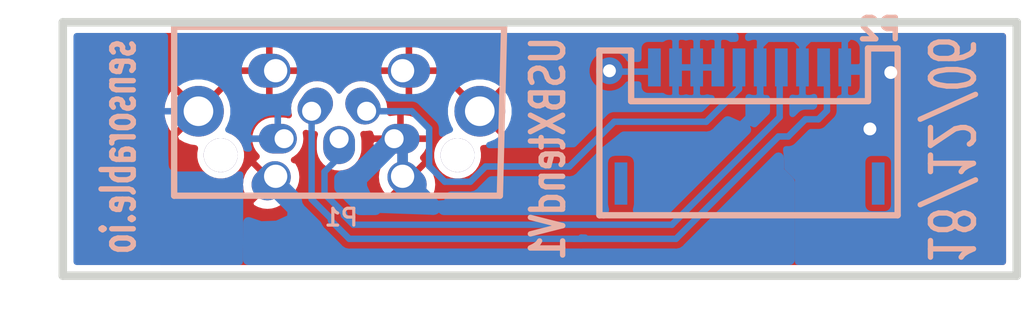
<source format=kicad_pcb>
(kicad_pcb (version 20171130) (host pcbnew "(5.0.1)-4")

  (general
    (thickness 1.6)
    (drawings 30)
    (tracks 75)
    (zones 0)
    (modules 2)
    (nets 6)
  )

  (page A4)
  (title_block
    (title S7Traf_USBxtend)
    (date 2018-12-04)
    (rev V1)
    (company "Roman Dasovic")
  )

  (layers
    (0 F.Cu signal hide)
    (31 B.Cu signal)
    (32 B.Adhes user)
    (33 F.Adhes user)
    (34 B.Paste user)
    (35 F.Paste user)
    (36 B.SilkS user)
    (37 F.SilkS user)
    (38 B.Mask user)
    (39 F.Mask user)
    (40 Dwgs.User user)
    (41 Cmts.User user)
    (42 Eco1.User user hide)
    (43 Eco2.User user)
    (44 Edge.Cuts user)
    (45 Margin user)
    (46 B.CrtYd user)
    (47 F.CrtYd user)
    (48 B.Fab user)
    (49 F.Fab user)
  )

  (setup
    (last_trace_width 0.1524)
    (user_trace_width 0.1524)
    (user_trace_width 0.2032)
    (user_trace_width 0.254)
    (user_trace_width 0.381)
    (user_trace_width 0.508)
    (user_trace_width 0.762)
    (user_trace_width 1.143)
    (user_trace_width 1.651)
    (trace_clearance 0.1524)
    (zone_clearance 0.1524)
    (zone_45_only no)
    (trace_min 0.1524)
    (segment_width 0.2)
    (edge_width 0.15)
    (via_size 0.635)
    (via_drill 0.3048)
    (via_min_size 0.5588)
    (via_min_drill 0.3048)
    (user_via 0.5588 0.3048)
    (user_via 0.889 0.4572)
    (uvia_size 0.635)
    (uvia_drill 0.3048)
    (uvias_allowed no)
    (uvia_min_size 0.2)
    (uvia_min_drill 0.1)
    (pcb_text_width 0.3)
    (pcb_text_size 1.5 1.5)
    (mod_edge_width 0.15)
    (mod_text_size 1 1)
    (mod_text_width 0.15)
    (pad_size 1.524 1.524)
    (pad_drill 0.762)
    (pad_to_mask_clearance 0)
    (solder_mask_min_width 0.1016)
    (aux_axis_origin 0 0)
    (visible_elements 7FFFFFFF)
    (pcbplotparams
      (layerselection 0x010f0_ffffffff)
      (usegerberextensions true)
      (usegerberattributes false)
      (usegerberadvancedattributes false)
      (creategerberjobfile false)
      (excludeedgelayer true)
      (linewidth 0.150000)
      (plotframeref false)
      (viasonmask false)
      (mode 1)
      (useauxorigin false)
      (hpglpennumber 1)
      (hpglpenspeed 20)
      (hpglpendiameter 15.000000)
      (psnegative false)
      (psa4output false)
      (plotreference true)
      (plotvalue true)
      (plotinvisibletext false)
      (padsonsilk false)
      (subtractmaskfromsilk false)
      (outputformat 1)
      (mirror false)
      (drillshape 0)
      (scaleselection 1)
      (outputdirectory "Gerbers/"))
  )

  (net 0 "")
  (net 1 V_USB)
  (net 2 D-)
  (net 3 GND1)
  (net 4 D+)
  (net 5 ID)

  (net_class Default "This is the default net class."
    (clearance 0.1524)
    (trace_width 0.1524)
    (via_dia 0.635)
    (via_drill 0.3048)
    (uvia_dia 0.635)
    (uvia_drill 0.3048)
    (diff_pair_gap 0.2032)
    (diff_pair_width 0.1524)
    (add_net D+)
    (add_net D-)
    (add_net GND1)
    (add_net ID)
    (add_net V_USB)
  )

  (module Footprints:CONN_USB3150_microB_THT_vert (layer B.Cu) (tedit 5C06ED57) (tstamp 5C07161F)
    (at 66.929 58.3565)
    (path /5C06DEB7)
    (fp_text reference P1 (at 0.0508 2.5146) (layer B.SilkS)
      (effects (font (size 0.4 0.4) (thickness 0.075)) (justify mirror))
    )
    (fp_text value Conn_USB_5+Shell (at 0 0) (layer B.Fab) hide
      (effects (font (size 0.3 0.3) (thickness 0.075)) (justify mirror))
    )
    (fp_line (start 3.7 -1.9) (end 3.7 1.9) (layer B.Fab) (width 0.15))
    (fp_line (start 3.7 -1.9) (end -3.7 -1.9) (layer B.Fab) (width 0.15))
    (fp_line (start 3.7 1.9) (end -3.7 1.9) (layer B.Fab) (width 0.15))
    (fp_line (start -3.7 -1.9) (end -3.7 1.9) (layer B.Fab) (width 0.15))
    (fp_text user %R (at -1.8 1.4) (layer B.Fab)
      (effects (font (size 0.4 0.4) (thickness 0.1)) (justify mirror))
    )
    (fp_line (start -2.65 0.95) (end 2.65 0.95) (layer B.Fab) (width 0.15))
    (fp_line (start -3.425 -1.05) (end 3.425 -1.05) (layer B.Fab) (width 0.15))
    (fp_line (start -3.425 -1.05) (end -3.425 0) (layer B.Fab) (width 0.15))
    (fp_line (start -2.7 0.9) (end -3.4 0) (layer B.Fab) (width 0.15))
    (fp_line (start 3.425 -1.05) (end 3.425 0) (layer B.Fab) (width 0.15))
    (fp_line (start 3.4 0) (end 2.7 0.9) (layer B.Fab) (width 0.15))
    (fp_line (start 0 -0.4) (end 0 0.4) (layer B.Fab) (width 0.15))
    (fp_line (start -1 -0.4) (end -1 0.4) (layer B.Fab) (width 0.15))
    (fp_line (start -2 -0.4) (end -2 0.4) (layer B.Fab) (width 0.15))
    (fp_line (start 2 -0.4) (end 2 0.4) (layer B.Fab) (width 0.15))
    (fp_line (start 1 -0.4) (end 1 0.4) (layer B.Fab) (width 0.15))
    (fp_line (start -3.9 2) (end -3.9 -2) (layer B.CrtYd) (width 0.15))
    (fp_line (start -3.9 -2) (end 3.8 -2) (layer B.CrtYd) (width 0.15))
    (fp_line (start 3.8 -2) (end 3.8 2) (layer B.CrtYd) (width 0.15))
    (fp_line (start 3.8 2) (end -3.9 2) (layer B.CrtYd) (width 0.15))
    (fp_line (start -3.9 -2) (end 3.9 -2) (layer B.SilkS) (width 0.15))
    (fp_line (start 3.9 -2) (end 3.8 2) (layer B.SilkS) (width 0.15))
    (fp_line (start 3.8 2) (end -3.9 2) (layer B.SilkS) (width 0.15))
    (fp_line (start -3.9 2) (end -3.9 -2) (layer B.SilkS) (width 0.15))
    (pad 1 thru_hole oval (at -1.3 0.65 270) (size 0.7 0.9) (drill 0.45 (offset 0 0.15)) (layers *.Cu *.Mask)
      (net 1 V_USB))
    (pad 2 thru_hole oval (at -0.65 0 145) (size 0.75 0.9) (drill 0.45 (offset 0 0.15)) (layers *.Cu *.Mask)
      (net 2 D-))
    (pad 6 thru_hole oval (at -1.5 -0.96 270) (size 0.8 1) (drill 0.55 (offset 0 0.15)) (layers *.Cu *.Mask)
      (net 3 GND1))
    (pad 3 thru_hole oval (at 0 0.65) (size 0.75 0.9) (drill 0.45 (offset 0 0.15)) (layers *.Cu *.Mask)
      (net 4 D+))
    (pad 5 thru_hole oval (at 1.3 0.65 90) (size 0.7 0.9) (drill 0.45 (offset 0 0.15)) (layers *.Cu *.Mask)
      (net 3 GND1))
    (pad 4 thru_hole oval (at 0.65 0 215) (size 0.75 0.9) (drill 0.45 (offset 0 0.15)) (layers *.Cu *.Mask)
      (net 5 ID))
    (pad 6 thru_hole oval (at 1.5 -0.96 90) (size 0.8 1) (drill 0.55 (offset 0 0.15)) (layers *.Cu *.Mask)
      (net 3 GND1))
    (pad 6 thru_hole oval (at -1.5 1.54 315) (size 0.75 1) (drill 0.55 (offset 0 0.15)) (layers *.Cu *.Mask)
      (net 3 GND1))
    (pad 6 thru_hole oval (at 1.5 1.54 45) (size 0.75 1) (drill 0.55 (offset 0 0.15)) (layers *.Cu *.Mask)
      (net 3 GND1))
    (pad 6 thru_hole circle (at -3.325 0 180) (size 1.2 1.2) (drill 0.7) (layers *.Cu *.Mask)
      (net 3 GND1))
    (pad 6 thru_hole circle (at 3.325 0 180) (size 1.2 1.2) (drill 0.7) (layers *.Cu *.Mask)
      (net 3 GND1))
    (pad "" thru_hole circle (at -2.8 1.04 180) (size 0.8 0.8) (drill 0.8) (layers *.Cu *.Mask))
    (pad "" thru_hole circle (at 2.8 1.04 180) (size 0.8 0.8) (drill 0.8) (layers *.Cu *.Mask))
    (model "C:/Users/Pom/3d model stashe/USB3150-30-130-A_revA2.STEP"
      (offset (xyz 0 0.3 4.05))
      (scale (xyz 1 1 1))
      (rotate (xyz 90 180 180))
    )
  )

  (module Footprints:CONN_5034801000_MOLEX_FFC_10pin (layer B.Cu) (tedit 5C06FA6A) (tstamp 5C073A3B)
    (at 76.6318 58.9688 180)
    (path /5C06EE10)
    (fp_text reference P2 (at -3.06832 2.55524 180) (layer B.SilkS)
      (effects (font (size 0.508 0.508) (thickness 0.127)) (justify mirror))
    )
    (fp_text value Conn_Basic_10_pin (at 0.05 0.05 180) (layer B.Fab) hide
      (effects (font (size 0.2 0.2) (thickness 0.05)) (justify mirror))
    )
    (fp_line (start -3.4 -1.75) (end 3.4 -1.75) (layer B.Fab) (width 0.15))
    (fp_line (start -3.4 -1.75) (end -3.4 1.95) (layer B.Fab) (width 0.15))
    (fp_line (start -3.4 1.95) (end -2.8 1.95) (layer B.Fab) (width 0.15))
    (fp_line (start -2.8 1.95) (end -2.8 1.35) (layer B.Fab) (width 0.15))
    (fp_line (start -2.8 1.35) (end 2.8 1.35) (layer B.Fab) (width 0.15))
    (fp_line (start 2.8 1.35) (end 2.8 1.85) (layer B.Fab) (width 0.15))
    (fp_line (start 2.8 1.85) (end 2.8 1.95) (layer B.Fab) (width 0.15))
    (fp_line (start 2.8 1.95) (end 3.4 1.95) (layer B.Fab) (width 0.15))
    (fp_line (start 3.4 1.95) (end 3.4 -1.75) (layer B.Fab) (width 0.15))
    (fp_text user %R (at 0 0 180) (layer B.Fab)
      (effects (font (size 1 1) (thickness 0.15)) (justify mirror))
    )
    (fp_line (start -3.4 -1.75) (end 3.4 -1.75) (layer B.CrtYd) (width 0.15))
    (fp_line (start 3.4 -1.75) (end 3.4 1.95) (layer B.CrtYd) (width 0.15))
    (fp_line (start 3.4 1.95) (end -3.4 1.95) (layer B.CrtYd) (width 0.15))
    (fp_line (start -3.4 1.95) (end -3.4 -1.75) (layer B.CrtYd) (width 0.15))
    (fp_line (start -3.5 2.05) (end -3.5 -1.85) (layer B.SilkS) (width 0.15))
    (fp_line (start -3.5 -1.85) (end 3.45 -1.85) (layer B.SilkS) (width 0.15))
    (fp_line (start 3.45 -1.85) (end 3.55 -1.85) (layer B.SilkS) (width 0.15))
    (fp_line (start 3.55 -1.85) (end 3.55 2.05) (layer B.SilkS) (width 0.15))
    (fp_line (start 3.55 2.05) (end 2.8 2.05) (layer B.SilkS) (width 0.15))
    (fp_line (start 2.8 2.05) (end 2.8 0.85) (layer B.SilkS) (width 0.15))
    (fp_line (start 2.8 0.85) (end -2.8 0.85) (layer B.SilkS) (width 0.15))
    (fp_line (start -2.8 0.85) (end -2.8 2.1) (layer B.SilkS) (width 0.15))
    (fp_line (start -2.8 2.1) (end -3.5 2.1) (layer B.SilkS) (width 0.15))
    (pad 1 smd rect (at -2.25 1.55 180) (size 0.3 0.9) (drill (offset 0 0.1)) (layers B.Cu B.Paste B.Mask)
      (net 3 GND1))
    (pad 2 smd rect (at -1.75 1.55 180) (size 0.3 0.9) (drill (offset 0 0.1)) (layers B.Cu B.Paste B.Mask)
      (net 2 D-))
    (pad ~ smd rect (at -3.04 -1.1 180) (size 0.3 1) (layers B.Cu B.Paste B.Mask))
    (pad ~ smd rect (at 3.04 -1.1 180) (size 0.3 1) (layers B.Cu B.Paste B.Mask))
    (pad 3 smd rect (at -1.25 1.55 180) (size 0.3 0.9) (drill (offset 0 0.1)) (layers B.Cu B.Paste B.Mask)
      (net 3 GND1))
    (pad 4 smd rect (at -0.75 1.55 180) (size 0.3 0.9) (drill (offset 0 0.1)) (layers B.Cu B.Paste B.Mask)
      (net 4 D+))
    (pad 5 smd rect (at -0.25 1.55 180) (size 0.3 0.9) (drill (offset 0 0.1)) (layers B.Cu B.Paste B.Mask)
      (net 3 GND1))
    (pad 6 smd rect (at 0.25 1.55 180) (size 0.3 0.9) (drill (offset 0 0.1)) (layers B.Cu B.Paste B.Mask)
      (net 5 ID))
    (pad 7 smd rect (at 0.75 1.55 180) (size 0.3 0.9) (drill (offset 0 0.1)) (layers B.Cu B.Paste B.Mask)
      (net 1 V_USB))
    (pad 8 smd rect (at 1.25 1.55 180) (size 0.3 0.9) (drill (offset 0 0.1)) (layers B.Cu B.Paste B.Mask)
      (net 1 V_USB))
    (pad 9 smd rect (at 1.75 1.55 180) (size 0.3 0.9) (drill (offset 0 0.1)) (layers B.Cu B.Paste B.Mask)
      (net 1 V_USB))
    (pad 10 smd rect (at 2.25 1.55 180) (size 0.3 0.9) (drill (offset 0 0.1)) (layers B.Cu B.Paste B.Mask)
      (net 3 GND1))
    (model "C:/Users/Pom/3d model stashe/5034801000.stp"
      (offset (xyz 0 -1.7 0))
      (scale (xyz 1 1 1))
      (rotate (xyz 90 180 180))
    )
  )

  (gr_text USBXtendV1 (at 71.86676 59.24296 90) (layer B.SilkS) (tstamp 5C07CA0C)
    (effects (font (size 0.762 0.5842) (thickness 0.127)) (justify mirror))
  )
  (gr_text 18/12/06 (at 81.37144 59.26328 270) (layer B.SilkS) (tstamp 5C07CA01)
    (effects (font (size 1.016 0.6858) (thickness 0.127)) (justify mirror))
  )
  (gr_text sensorable.io (at 61.71692 59.19216 90) (layer B.SilkS)
    (effects (font (size 0.762 0.508) (thickness 0.127)) (justify mirror))
  )
  (gr_text "USBxtend V1\nsensorable.io" (at 61.53912 59.2582 270) (layer F.Cu)
    (effects (font (size 0.5842 0.508) (thickness 0.127)))
  )
  (gr_line (start 60.397222 56.250321) (end 82.947222 56.250321) (layer Edge.Cuts) (width 0.2) (tstamp 5C076236))
  (gr_line (start 82.947222 56.250321) (end 82.947222 62.250321) (layer Edge.Cuts) (width 0.2))
  (gr_line (start 60.397222 62.250321) (end 82.947222 62.250321) (layer Edge.Cuts) (width 0.2))
  (gr_line (start 60.397222 56.250321) (end 60.397222 62.250321) (layer Edge.Cuts) (width 0.2))
  (gr_circle (center 69.740978 59.386879) (end 70.070978 59.386879) (layer Eco1.User) (width 0.2))
  (gr_line (start 60.4012 62.2483) (end 82.9512 62.2483) (layer Eco1.User) (width 0.2))
  (gr_line (start 82.9512 56.2483) (end 82.9512 62.2483) (layer Eco1.User) (width 0.2))
  (gr_line (start 60.4012 56.2483) (end 82.9512 56.2483) (layer Eco1.User) (width 0.2))
  (gr_line (start 60.4012 56.2483) (end 60.4012 62.2483) (layer Eco1.User) (width 0.2))
  (gr_circle (center 64.140978 59.386879) (end 64.470978 59.386879) (layer Eco1.User) (width 0.2))
  (gr_line (start 82.9512 56.2483) (end 82.9512 62.2483) (layer Eco1.User) (width 0.2))
  (gr_line (start 73.260982 57.2483) (end 73.260982 60.5983) (layer Eco1.User) (width 0.2))
  (gr_line (start 73.260982 57.2483) (end 73.260982 60.5983) (layer Eco1.User) (width 0.2))
  (gr_line (start 73.260982 57.2483) (end 79.960982 57.2483) (layer Eco1.User) (width 0.2))
  (gr_line (start 73.260982 60.5983) (end 79.960982 60.5983) (layer Eco1.User) (width 0.2))
  (gr_line (start 79.960982 57.2483) (end 79.960982 60.5983) (layer Eco1.User) (width 0.2))
  (gr_line (start 73.260982 60.5983) (end 79.960982 60.5983) (layer Eco1.User) (width 0.2))
  (gr_line (start 73.260982 57.2483) (end 79.960982 57.2483) (layer Eco1.User) (width 0.2))
  (gr_line (start 60.4012 56.2483) (end 60.4012 62.2483) (layer Eco1.User) (width 0.2))
  (gr_line (start 63.265978 57.236879) (end 70.615978 57.236879) (layer Eco1.User) (width 0.2))
  (gr_line (start 70.615978 57.236879) (end 70.615978 60.036879) (layer Eco1.User) (width 0.2))
  (gr_line (start 60.4012 62.2483) (end 82.9512 62.2483) (layer Eco1.User) (width 0.2))
  (gr_line (start 70.615978 60.036879) (end 63.265978 60.036879) (layer Eco1.User) (width 0.2))
  (gr_line (start 79.960982 57.2483) (end 79.960982 60.5983) (layer Eco1.User) (width 0.2))
  (gr_line (start 63.265978 60.036879) (end 63.265978 57.236879) (layer Eco1.User) (width 0.2))
  (gr_line (start 60.4012 56.2483) (end 82.9512 56.2483) (layer Eco1.User) (width 0.2))

  (segment (start 72.64908 61.37656) (end 72.64908 61.3537) (width 0.1524) (layer B.Cu) (net 2))
  (segment (start 66.7385 60.89904) (end 66.7385 60.9473) (width 0.1524) (layer B.Cu) (net 2))
  (segment (start 72.64908 61.3537) (end 72.654569 61.348211) (width 0.1524) (layer B.Cu) (net 2))
  (segment (start 66.279 60.43954) (end 66.7385 60.89904) (width 0.1524) (layer B.Cu) (net 2))
  (segment (start 66.7385 60.9473) (end 67.16776 61.37656) (width 0.1524) (layer B.Cu) (net 2))
  (segment (start 72.654569 61.348211) (end 72.744438 61.34821) (width 0.1524) (layer B.Cu) (net 2))
  (segment (start 66.279 58.3565) (end 66.279 60.43954) (width 0.1524) (layer B.Cu) (net 2))
  (segment (start 72.48144 61.37656) (end 72.64908 61.37656) (width 0.1524) (layer B.Cu) (net 2))
  (segment (start 67.16776 61.37656) (end 72.48144 61.37656) (width 0.1524) (layer B.Cu) (net 2))
  (segment (start 74.893706 61.37656) (end 77.316866 58.9534) (width 0.1524) (layer B.Cu) (net 2))
  (segment (start 73.8886 61.37656) (end 74.893706 61.37656) (width 0.1524) (layer B.Cu) (net 2))
  (segment (start 73.8886 61.37656) (end 74.012588 61.37656) (width 0.1524) (layer B.Cu) (net 2))
  (segment (start 72.48144 61.37656) (end 73.8886 61.37656) (width 0.1524) (layer B.Cu) (net 2))
  (segment (start 77.316866 58.9534) (end 77.5462 58.9534) (width 0.1524) (layer B.Cu) (net 2))
  (segment (start 77.5462 58.9534) (end 77.9526 58.547) (width 0.1524) (layer B.Cu) (net 2))
  (segment (start 77.9526 58.547) (end 78.2574 58.547) (width 0.1524) (layer B.Cu) (net 2))
  (segment (start 78.2574 58.547) (end 78.4606 58.3438) (width 0.1524) (layer B.Cu) (net 2))
  (segment (start 78.4606 57.4976) (end 78.3818 57.4188) (width 0.1524) (layer B.Cu) (net 2))
  (segment (start 78.4606 58.3438) (end 78.4606 57.4976) (width 0.1524) (layer B.Cu) (net 2))
  (segment (start 68.429 59.2065) (end 68.229 59.0065) (width 0.254) (layer B.Cu) (net 3))
  (segment (start 68.429 59.8965) (end 68.429 59.2065) (width 0.254) (layer B.Cu) (net 3))
  (segment (start 69.15214 60.61964) (end 68.429 59.8965) (width 0.381) (layer B.Cu) (net 3))
  (segment (start 67.26682 60.313781) (end 67.51383 60.560791) (width 0.508) (layer B.Cu) (net 3))
  (segment (start 67.26682 59.99876) (end 67.26682 60.313781) (width 0.508) (layer B.Cu) (net 3))
  (segment (start 68.229 59.03658) (end 67.26682 59.99876) (width 0.508) (layer B.Cu) (net 3))
  (segment (start 68.229 59.0065) (end 68.229 59.03658) (width 0.508) (layer B.Cu) (net 3))
  (segment (start 67.51383 60.560791) (end 69.15214 60.61964) (width 0.381) (layer B.Cu) (net 3))
  (via (at 73.31964 57.39892) (size 0.635) (drill 0.3048) (layers F.Cu B.Cu) (net 3))
  (segment (start 74.3818 57.4188) (end 73.33952 57.4188) (width 0.1524) (layer B.Cu) (net 3))
  (segment (start 73.33952 57.4188) (end 73.31964 57.39892) (width 0.1524) (layer B.Cu) (net 3))
  (via (at 79.96936 57.43956) (size 0.635) (drill 0.3048) (layers F.Cu B.Cu) (net 3))
  (segment (start 78.8818 57.4188) (end 79.9486 57.4188) (width 0.1524) (layer B.Cu) (net 3))
  (segment (start 79.9486 57.4188) (end 79.96936 57.43956) (width 0.1524) (layer B.Cu) (net 3))
  (segment (start 76.8818 56.807318) (end 77.048919 56.640199) (width 0.1524) (layer B.Cu) (net 3))
  (segment (start 76.8818 57.4188) (end 76.8818 56.807318) (width 0.1524) (layer B.Cu) (net 3))
  (segment (start 77.8818 56.807318) (end 77.8818 57.4188) (width 0.1524) (layer B.Cu) (net 3))
  (segment (start 77.714681 56.640199) (end 77.8818 56.807318) (width 0.1524) (layer B.Cu) (net 3))
  (segment (start 77.040001 56.640199) (end 77.714681 56.640199) (width 0.1524) (layer B.Cu) (net 3))
  (segment (start 76.8818 57.4188) (end 76.8818 56.7984) (width 0.1524) (layer B.Cu) (net 3))
  (segment (start 76.8818 56.7984) (end 77.040001 56.640199) (width 0.1524) (layer B.Cu) (net 3))
  (segment (start 78.048919 56.640199) (end 78.941399 56.640199) (width 0.1524) (layer B.Cu) (net 3))
  (segment (start 77.8818 56.807318) (end 78.048919 56.640199) (width 0.1524) (layer B.Cu) (net 3))
  (segment (start 78.8818 56.699798) (end 78.8818 57.4188) (width 0.1524) (layer B.Cu) (net 3))
  (segment (start 78.941399 56.640199) (end 78.8818 56.699798) (width 0.1524) (layer B.Cu) (net 3))
  (via (at 79.4766 58.7756) (size 0.635) (drill 0.3048) (layers F.Cu B.Cu) (net 3))
  (segment (start 78.8818 57.4188) (end 78.8818 58.1808) (width 0.1524) (layer B.Cu) (net 3))
  (segment (start 78.8818 58.1808) (end 79.4766 58.7756) (width 0.1524) (layer B.Cu) (net 3))
  (segment (start 76.8818 57.4188) (end 76.8818 58.297) (width 0.1524) (layer B.Cu) (net 3))
  (segment (start 76.8818 58.297) (end 76.1238 59.055) (width 0.254) (layer B.Cu) (net 3))
  (segment (start 76.1238 59.055) (end 75.8698 59.309) (width 0.381) (layer B.Cu) (net 3))
  (segment (start 75.8698 59.309) (end 75.6158 59.309) (width 0.381) (layer B.Cu) (net 3))
  (segment (start 62.755472 58.3565) (end 62.641172 58.4708) (width 0.1524) (layer B.Cu) (net 3))
  (segment (start 63.604 58.3565) (end 62.755472 58.3565) (width 0.1524) (layer B.Cu) (net 3))
  (segment (start 77.343 57.4576) (end 77.3818 57.4188) (width 0.1524) (layer B.Cu) (net 4))
  (segment (start 77.343 58.4962) (end 77.343 57.4576) (width 0.1524) (layer B.Cu) (net 4))
  (segment (start 74.795799 61.043401) (end 77.343 58.4962) (width 0.1524) (layer B.Cu) (net 4))
  (segment (start 67.265667 61.043401) (end 74.795799 61.043401) (width 0.1524) (layer B.Cu) (net 4))
  (segment (start 66.929 59.44362) (end 66.58381 59.78881) (width 0.1524) (layer B.Cu) (net 4))
  (segment (start 66.929 59.0065) (end 66.929 59.44362) (width 0.1524) (layer B.Cu) (net 4))
  (segment (start 66.58381 59.78881) (end 66.58381 60.313284) (width 0.1524) (layer B.Cu) (net 4))
  (segment (start 66.58381 60.313284) (end 67.04331 60.772784) (width 0.1524) (layer B.Cu) (net 4))
  (segment (start 67.04331 60.772784) (end 67.04331 60.821044) (width 0.1524) (layer B.Cu) (net 4))
  (segment (start 67.04331 60.821044) (end 67.265667 61.043401) (width 0.1524) (layer B.Cu) (net 4))
  (segment (start 69.05761 58.766832) (end 68.647278 58.3565) (width 0.1524) (layer B.Cu) (net 5))
  (segment (start 68.647278 58.3565) (end 67.579 58.3565) (width 0.1524) (layer B.Cu) (net 5))
  (segment (start 75.606672 58.60541) (end 73.432169 58.60541) (width 0.1524) (layer B.Cu) (net 5))
  (segment (start 76.3818 57.4188) (end 76.3818 57.830282) (width 0.1524) (layer B.Cu) (net 5))
  (segment (start 76.3818 57.830282) (end 75.606672 58.60541) (width 0.1524) (layer B.Cu) (net 5))
  (segment (start 69.05761 59.65544) (end 69.05761 59.4106) (width 0.1524) (layer B.Cu) (net 5))
  (segment (start 69.427271 60.025101) (end 69.05761 59.65544) (width 0.1524) (layer B.Cu) (net 5))
  (segment (start 70.030729 60.025101) (end 69.427271 60.025101) (width 0.1524) (layer B.Cu) (net 5))
  (segment (start 73.432169 58.60541) (end 72.372979 59.6646) (width 0.1524) (layer B.Cu) (net 5))
  (segment (start 69.05761 59.4106) (end 69.05761 58.766832) (width 0.1524) (layer B.Cu) (net 5))
  (segment (start 72.372979 59.6646) (end 70.39123 59.6646) (width 0.1524) (layer B.Cu) (net 5))
  (segment (start 70.39123 59.6646) (end 70.030729 60.025101) (width 0.1524) (layer B.Cu) (net 5))

  (zone (net 3) (net_name GND1) (layer F.Cu) (tstamp 5C074384) (hatch edge 0.508)
    (priority 5)
    (connect_pads (clearance 0.1524))
    (min_thickness 0.1524)
    (fill yes (arc_segments 32) (thermal_gap 0.2032) (thermal_bridge_width 0.15494))
    (polygon
      (pts
        (xy 59.0931 55.7276) (xy 59.0931 63.0809) (xy 83.2993 63.0809) (xy 83.2993 55.88)
      )
    )
    (filled_polygon
      (pts
        (xy 82.618623 61.921721) (xy 62.721744 61.921721) (xy 62.721744 60.505191) (xy 64.822105 60.505191) (xy 64.850927 60.621121)
        (xy 64.869923 60.634362) (xy 64.982943 60.695054) (xy 65.105632 60.732532) (xy 65.233274 60.745355) (xy 65.360966 60.733029)
        (xy 65.4838 60.696028) (xy 65.597055 60.635774) (xy 65.696378 60.554583) (xy 65.784767 60.466195) (xy 68.073233 60.466195)
        (xy 68.161622 60.554583) (xy 68.260945 60.635774) (xy 68.3742 60.696028) (xy 68.497034 60.733029) (xy 68.624726 60.745355)
        (xy 68.752368 60.732532) (xy 68.875057 60.695054) (xy 68.988077 60.634362) (xy 69.007073 60.621121) (xy 69.035895 60.505191)
        (xy 68.535066 60.004362) (xy 68.073233 60.466195) (xy 65.784767 60.466195) (xy 65.322934 60.004362) (xy 64.822105 60.505191)
        (xy 62.721744 60.505191) (xy 62.721744 60.092226) (xy 64.580145 60.092226) (xy 64.592968 60.219868) (xy 64.630446 60.342557)
        (xy 64.691138 60.455577) (xy 64.704379 60.474573) (xy 64.820309 60.503395) (xy 65.321138 60.002566) (xy 64.859305 59.540733)
        (xy 64.770917 59.629122) (xy 64.689726 59.728445) (xy 64.629472 59.8417) (xy 64.592471 59.964534) (xy 64.580145 60.092226)
        (xy 62.721744 60.092226) (xy 62.721744 58.932844) (xy 63.029452 58.932844) (xy 63.085629 59.072137) (xy 63.235203 59.159516)
        (xy 63.39895 59.216035) (xy 63.520668 59.232693) (xy 63.5004 59.334588) (xy 63.5004 59.458412) (xy 63.524556 59.579856)
        (xy 63.571941 59.694254) (xy 63.640734 59.797209) (xy 63.728291 59.884766) (xy 63.831246 59.953559) (xy 63.945644 60.000944)
        (xy 64.067088 60.0251) (xy 64.190912 60.0251) (xy 64.312356 60.000944) (xy 64.426754 59.953559) (xy 64.529709 59.884766)
        (xy 64.617266 59.797209) (xy 64.686059 59.694254) (xy 64.733444 59.579856) (xy 64.7576 59.458412) (xy 64.7576 59.334588)
        (xy 64.733444 59.213144) (xy 64.686059 59.098746) (xy 64.624422 59.0065) (xy 64.797601 59.0065) (xy 64.808772 59.119925)
        (xy 64.841857 59.228992) (xy 64.895584 59.329508) (xy 64.967889 59.417611) (xy 64.978815 59.426578) (xy 64.94949 59.450549)
        (xy 64.861101 59.538937) (xy 65.322934 60.00077) (xy 65.337077 59.986628) (xy 65.338873 59.988424) (xy 65.32473 60.002566)
        (xy 65.786563 60.464399) (xy 65.874951 60.37601) (xy 65.956142 60.276687) (xy 66.016396 60.163432) (xy 66.053397 60.040598)
        (xy 66.065723 59.912906) (xy 66.0529 59.785264) (xy 66.015422 59.662575) (xy 65.95473 59.549555) (xy 65.941489 59.530559)
        (xy 65.862644 59.510957) (xy 65.902008 59.489916) (xy 65.990111 59.417611) (xy 66.062416 59.329508) (xy 66.116143 59.228992)
        (xy 66.149228 59.119925) (xy 66.160399 59.0065) (xy 66.149228 58.893075) (xy 66.142674 58.871471) (xy 66.190743 58.887205)
        (xy 66.308787 58.901438) (xy 66.353909 58.897986) (xy 66.334134 58.963175) (xy 66.3254 59.051854) (xy 66.3254 59.261147)
        (xy 66.334134 59.349826) (xy 66.368649 59.463605) (xy 66.424698 59.568464) (xy 66.500127 59.660374) (xy 66.592037 59.735803)
        (xy 66.696896 59.791851) (xy 66.810675 59.826366) (xy 66.929 59.83802) (xy 67.047326 59.826366) (xy 67.161105 59.791851)
        (xy 67.265964 59.735803) (xy 67.357874 59.660374) (xy 67.433303 59.568463) (xy 67.489351 59.463604) (xy 67.523866 59.349825)
        (xy 67.5326 59.261146) (xy 67.5326 59.106214) (xy 67.657549 59.106214) (xy 67.661447 59.128045) (xy 67.697025 59.246188)
        (xy 67.754968 59.35512) (xy 67.83305 59.450655) (xy 67.926884 59.52798) (xy 67.916511 59.530559) (xy 67.90327 59.549555)
        (xy 67.842578 59.662575) (xy 67.8051 59.785264) (xy 67.792277 59.912906) (xy 67.804603 60.040598) (xy 67.841604 60.163432)
        (xy 67.901858 60.276687) (xy 67.983049 60.37601) (xy 68.071437 60.464399) (xy 68.53327 60.002566) (xy 68.536862 60.002566)
        (xy 69.037691 60.503395) (xy 69.153621 60.474573) (xy 69.166862 60.455577) (xy 69.227554 60.342557) (xy 69.265032 60.219868)
        (xy 69.277855 60.092226) (xy 69.265529 59.964534) (xy 69.228528 59.8417) (xy 69.168274 59.728445) (xy 69.087083 59.629122)
        (xy 68.998695 59.540733) (xy 68.536862 60.002566) (xy 68.53327 60.002566) (xy 68.519128 59.988424) (xy 68.520924 59.986628)
        (xy 68.535066 60.00077) (xy 68.996899 59.538937) (xy 68.915995 59.458034) (xy 68.92495 59.450655) (xy 69.003032 59.35512)
        (xy 69.013953 59.334588) (xy 69.1004 59.334588) (xy 69.1004 59.458412) (xy 69.124556 59.579856) (xy 69.171941 59.694254)
        (xy 69.240734 59.797209) (xy 69.328291 59.884766) (xy 69.431246 59.953559) (xy 69.545644 60.000944) (xy 69.667088 60.0251)
        (xy 69.790912 60.0251) (xy 69.912356 60.000944) (xy 70.026754 59.953559) (xy 70.129709 59.884766) (xy 70.217266 59.797209)
        (xy 70.286059 59.694254) (xy 70.333444 59.579856) (xy 70.3576 59.458412) (xy 70.3576 59.334588) (xy 70.337288 59.232472)
        (xy 70.393489 59.229076) (xy 70.561039 59.185097) (xy 70.716791 59.109275) (xy 70.772371 59.072137) (xy 70.828548 58.932844)
        (xy 70.254 58.358296) (xy 70.239858 58.372439) (xy 70.238062 58.370643) (xy 70.252204 58.3565) (xy 70.255796 58.3565)
        (xy 70.830344 58.931048) (xy 70.969637 58.874871) (xy 71.057016 58.725297) (xy 71.113535 58.56155) (xy 71.137023 58.389923)
        (xy 71.126576 58.217011) (xy 71.082597 58.049461) (xy 71.006775 57.893709) (xy 70.969637 57.838129) (xy 70.830344 57.781952)
        (xy 70.255796 58.3565) (xy 70.252204 58.3565) (xy 69.677656 57.781952) (xy 69.538363 57.838129) (xy 69.450984 57.987703)
        (xy 69.394465 58.15145) (xy 69.370977 58.323077) (xy 69.381424 58.495989) (xy 69.425403 58.663539) (xy 69.497645 58.811938)
        (xy 69.431246 58.839441) (xy 69.328291 58.908234) (xy 69.240734 58.995791) (xy 69.171941 59.098746) (xy 69.124556 59.213144)
        (xy 69.1004 59.334588) (xy 69.013953 59.334588) (xy 69.060975 59.246188) (xy 69.096553 59.128045) (xy 69.100451 59.106214)
        (xy 69.038549 59.00777) (xy 68.38027 59.00777) (xy 68.38027 59.02777) (xy 68.37773 59.02777) (xy 68.37773 59.00777)
        (xy 67.719451 59.00777) (xy 67.657549 59.106214) (xy 67.5326 59.106214) (xy 67.5326 59.051853) (xy 67.523866 58.963174)
        (xy 67.504091 58.897986) (xy 67.549213 58.901438) (xy 67.660909 58.88797) (xy 67.657549 58.906786) (xy 67.719451 59.00523)
        (xy 68.37773 59.00523) (xy 68.37773 58.3771) (xy 68.38027 58.3771) (xy 68.38027 59.00523) (xy 69.038549 59.00523)
        (xy 69.100451 58.906786) (xy 69.096553 58.884955) (xy 69.060975 58.766812) (xy 69.003032 58.65788) (xy 68.92495 58.562345)
        (xy 68.829731 58.483879) (xy 68.721034 58.425497) (xy 68.603035 58.389442) (xy 68.48027 58.3771) (xy 68.38027 58.3771)
        (xy 68.37773 58.3771) (xy 68.27773 58.3771) (xy 68.154965 58.389442) (xy 68.133625 58.395962) (xy 68.142357 58.281831)
        (xy 68.128124 58.163788) (xy 68.091136 58.050789) (xy 68.047426 57.973138) (xy 67.927381 57.801695) (xy 67.869362 57.734063)
        (xy 67.775828 57.660658) (xy 67.669771 57.60691) (xy 67.555266 57.574886) (xy 67.436715 57.565816) (xy 67.318671 57.580049)
        (xy 67.205672 57.617037) (xy 67.102061 57.67536) (xy 67.011818 57.752775) (xy 66.938413 57.846309) (xy 66.929 57.864883)
        (xy 66.919587 57.846309) (xy 66.846182 57.752775) (xy 66.755939 57.67536) (xy 66.652328 57.617037) (xy 66.539329 57.580049)
        (xy 66.421285 57.565816) (xy 66.302734 57.574886) (xy 66.188229 57.60691) (xy 66.082172 57.660658) (xy 65.988638 57.734063)
        (xy 65.930619 57.801695) (xy 65.810574 57.973138) (xy 65.766864 58.050789) (xy 65.729876 58.163788) (xy 65.715643 58.281832)
        (xy 65.724713 58.400383) (xy 65.738674 58.450301) (xy 65.692425 58.436272) (xy 65.60742 58.4279) (xy 65.35058 58.4279)
        (xy 65.265575 58.436272) (xy 65.156508 58.469357) (xy 65.055992 58.523084) (xy 64.967889 58.595389) (xy 64.895584 58.683492)
        (xy 64.841857 58.784008) (xy 64.808772 58.893075) (xy 64.797601 59.0065) (xy 64.624422 59.0065) (xy 64.617266 58.995791)
        (xy 64.529709 58.908234) (xy 64.426754 58.839441) (xy 64.357172 58.810619) (xy 64.407016 58.725297) (xy 64.463535 58.56155)
        (xy 64.487023 58.389923) (xy 64.476576 58.217011) (xy 64.432597 58.049461) (xy 64.356775 57.893709) (xy 64.319637 57.838129)
        (xy 64.180344 57.781952) (xy 63.605796 58.3565) (xy 63.619939 58.370643) (xy 63.618143 58.372439) (xy 63.604 58.358296)
        (xy 63.029452 58.932844) (xy 62.721744 58.932844) (xy 62.721744 58.335772) (xy 62.731424 58.495989) (xy 62.775403 58.663539)
        (xy 62.851225 58.819291) (xy 62.888363 58.874871) (xy 63.027656 58.931048) (xy 63.602204 58.3565) (xy 63.027656 57.781952)
        (xy 62.888363 57.838129) (xy 62.800984 57.987703) (xy 62.744465 58.15145) (xy 62.721744 58.317473) (xy 62.721744 57.780156)
        (xy 63.029452 57.780156) (xy 63.604 58.354704) (xy 64.178548 57.780156) (xy 64.122371 57.640863) (xy 63.972797 57.553484)
        (xy 63.829537 57.504036) (xy 64.508164 57.504036) (xy 64.512406 57.527798) (xy 64.550829 57.655321) (xy 64.613393 57.772898)
        (xy 64.697693 57.87601) (xy 64.800489 57.960695) (xy 64.917831 58.023698) (xy 65.04521 58.062598) (xy 65.17773 58.0759)
        (xy 65.27773 58.0759) (xy 65.27773 57.39777) (xy 65.28027 57.39777) (xy 65.28027 58.0759) (xy 65.38027 58.0759)
        (xy 65.51279 58.062598) (xy 65.640169 58.023698) (xy 65.757511 57.960695) (xy 65.860307 57.87601) (xy 65.944607 57.772898)
        (xy 66.007171 57.655321) (xy 66.045594 57.527798) (xy 66.049836 57.504036) (xy 67.808164 57.504036) (xy 67.812406 57.527798)
        (xy 67.850829 57.655321) (xy 67.913393 57.772898) (xy 67.997693 57.87601) (xy 68.100489 57.960695) (xy 68.217831 58.023698)
        (xy 68.34521 58.062598) (xy 68.47773 58.0759) (xy 68.57773 58.0759) (xy 68.57773 57.39777) (xy 68.58027 57.39777)
        (xy 68.58027 58.0759) (xy 68.68027 58.0759) (xy 68.81279 58.062598) (xy 68.940169 58.023698) (xy 69.057511 57.960695)
        (xy 69.160307 57.87601) (xy 69.238673 57.780156) (xy 69.679452 57.780156) (xy 70.254 58.354704) (xy 70.828548 57.780156)
        (xy 70.772371 57.640863) (xy 70.622797 57.553484) (xy 70.45905 57.496965) (xy 70.287423 57.473477) (xy 70.114511 57.483924)
        (xy 69.946961 57.527903) (xy 69.791209 57.603725) (xy 69.735629 57.640863) (xy 69.679452 57.780156) (xy 69.238673 57.780156)
        (xy 69.244607 57.772898) (xy 69.307171 57.655321) (xy 69.345594 57.527798) (xy 69.349836 57.504036) (xy 69.288549 57.39777)
        (xy 68.58027 57.39777) (xy 68.57773 57.39777) (xy 67.869451 57.39777) (xy 67.808164 57.504036) (xy 66.049836 57.504036)
        (xy 65.988549 57.39777) (xy 65.28027 57.39777) (xy 65.27773 57.39777) (xy 64.569451 57.39777) (xy 64.508164 57.504036)
        (xy 63.829537 57.504036) (xy 63.80905 57.496965) (xy 63.637423 57.473477) (xy 63.464511 57.483924) (xy 63.296961 57.527903)
        (xy 63.141209 57.603725) (xy 63.085629 57.640863) (xy 63.029452 57.780156) (xy 62.721744 57.780156) (xy 62.721744 57.288964)
        (xy 64.508164 57.288964) (xy 64.569451 57.39523) (xy 65.27773 57.39523) (xy 65.27773 56.7171) (xy 65.28027 56.7171)
        (xy 65.28027 57.39523) (xy 65.988549 57.39523) (xy 66.049836 57.288964) (xy 67.808164 57.288964) (xy 67.869451 57.39523)
        (xy 68.57773 57.39523) (xy 68.57773 56.7171) (xy 68.58027 56.7171) (xy 68.58027 57.39523) (xy 69.288549 57.39523)
        (xy 69.349836 57.288964) (xy 69.345594 57.265202) (xy 69.307171 57.137679) (xy 69.244607 57.020102) (xy 69.160307 56.91699)
        (xy 69.057511 56.832305) (xy 68.940169 56.769302) (xy 68.81279 56.730402) (xy 68.68027 56.7171) (xy 68.58027 56.7171)
        (xy 68.57773 56.7171) (xy 68.47773 56.7171) (xy 68.34521 56.730402) (xy 68.217831 56.769302) (xy 68.100489 56.832305)
        (xy 67.997693 56.91699) (xy 67.913393 57.020102) (xy 67.850829 57.137679) (xy 67.812406 57.265202) (xy 67.808164 57.288964)
        (xy 66.049836 57.288964) (xy 66.045594 57.265202) (xy 66.007171 57.137679) (xy 65.944607 57.020102) (xy 65.860307 56.91699)
        (xy 65.757511 56.832305) (xy 65.640169 56.769302) (xy 65.51279 56.730402) (xy 65.38027 56.7171) (xy 65.28027 56.7171)
        (xy 65.27773 56.7171) (xy 65.17773 56.7171) (xy 65.04521 56.730402) (xy 64.917831 56.769302) (xy 64.800489 56.832305)
        (xy 64.697693 56.91699) (xy 64.613393 57.020102) (xy 64.550829 57.137679) (xy 64.512406 57.265202) (xy 64.508164 57.288964)
        (xy 62.721744 57.288964) (xy 62.721744 56.578921) (xy 82.618622 56.578921)
      )
    )
  )
  (zone (net 1) (net_name V_USB) (layer B.Cu) (tstamp 5C074381) (hatch edge 0.508)
    (priority 5)
    (connect_pads (clearance 0.1524))
    (min_thickness 0.1524)
    (fill yes (arc_segments 32) (thermal_gap 0.2032) (thermal_bridge_width 0.15494))
    (polygon
      (pts
        (xy 63.035142 55.73909) (xy 63.0428 59.389138) (xy 63.050534 59.629918) (xy 76.38543 59.597683) (xy 76.370094 55.814249)
      )
    )
    (filled_polygon
      (pts
        (xy 76.297237 56.639094) (xy 76.2318 56.639094) (xy 76.196179 56.642603) (xy 76.164146 56.621199) (xy 76.113298 56.600137)
        (xy 76.059319 56.5894) (xy 75.95292 56.5894) (xy 75.88307 56.65925) (xy 75.88307 57.31753) (xy 75.90307 57.31753)
        (xy 75.90307 57.32007) (xy 75.88307 57.32007) (xy 75.88307 57.34007) (xy 75.88053 57.34007) (xy 75.88053 57.32007)
        (xy 75.38307 57.32007) (xy 75.38307 57.97835) (xy 75.45292 58.0482) (xy 75.559319 58.0482) (xy 75.613298 58.037463)
        (xy 75.6318 58.029799) (xy 75.650302 58.037463) (xy 75.704281 58.0482) (xy 75.73283 58.0482) (xy 75.480421 58.30061)
        (xy 73.447127 58.30061) (xy 73.432169 58.299137) (xy 73.417211 58.30061) (xy 73.417203 58.30061) (xy 73.377572 58.304513)
        (xy 73.372417 58.305021) (xy 73.314963 58.32245) (xy 73.262012 58.350752) (xy 73.215601 58.388842) (xy 73.206061 58.400466)
        (xy 72.47211 59.134418) (xy 71.9913 59.140103) (xy 70.480063 59.156366) (xy 70.495694 59.153257) (xy 70.646489 59.090796)
        (xy 70.782202 59.000115) (xy 70.897615 58.884702) (xy 70.988296 58.748989) (xy 71.050757 58.598194) (xy 71.0826 58.43811)
        (xy 71.0826 58.27489) (xy 71.050757 58.114806) (xy 70.988296 57.964011) (xy 70.897615 57.828298) (xy 70.782202 57.712885)
        (xy 70.646489 57.622204) (xy 70.495694 57.559743) (xy 70.33561 57.5279) (xy 70.17239 57.5279) (xy 70.012306 57.559743)
        (xy 69.861511 57.622204) (xy 69.725798 57.712885) (xy 69.610385 57.828298) (xy 69.519704 57.964011) (xy 69.457243 58.114806)
        (xy 69.4254 58.27489) (xy 69.4254 58.43811) (xy 69.457243 58.598194) (xy 69.519704 58.748989) (xy 69.548148 58.791558)
        (xy 69.545644 58.792056) (xy 69.431246 58.839441) (xy 69.36241 58.885436) (xy 69.36241 58.781789) (xy 69.363883 58.766831)
        (xy 69.36241 58.751873) (xy 69.36241 58.751866) (xy 69.357999 58.707081) (xy 69.34057 58.649626) (xy 69.312268 58.596675)
        (xy 69.274178 58.550264) (xy 69.262554 58.540724) (xy 68.87339 58.151561) (xy 68.863846 58.139932) (xy 68.817435 58.101842)
        (xy 68.764484 58.07354) (xy 68.707029 58.056111) (xy 68.662244 58.0517) (xy 68.662236 58.0517) (xy 68.647278 58.050227)
        (xy 68.63232 58.0517) (xy 68.091434 58.0517) (xy 68.091136 58.050789) (xy 68.047426 57.973138) (xy 67.927381 57.801695)
        (xy 67.869362 57.734063) (xy 67.775828 57.660658) (xy 67.669771 57.60691) (xy 67.555266 57.574886) (xy 67.436715 57.565816)
        (xy 67.318671 57.580049) (xy 67.205672 57.617037) (xy 67.102061 57.67536) (xy 67.011818 57.752775) (xy 66.938413 57.846309)
        (xy 66.929 57.864883) (xy 66.919587 57.846309) (xy 66.846182 57.752775) (xy 66.755939 57.67536) (xy 66.652328 57.617037)
        (xy 66.539329 57.580049) (xy 66.421285 57.565816) (xy 66.302734 57.574886) (xy 66.188229 57.60691) (xy 66.082172 57.660658)
        (xy 65.988638 57.734063) (xy 65.930619 57.801695) (xy 65.810574 57.973138) (xy 65.766864 58.050789) (xy 65.729876 58.163788)
        (xy 65.715643 58.281832) (xy 65.724375 58.395962) (xy 65.703035 58.389442) (xy 65.58027 58.3771) (xy 65.48027 58.3771)
        (xy 65.48027 59.00523) (xy 65.50027 59.00523) (xy 65.50027 59.00777) (xy 65.48027 59.00777) (xy 65.48027 59.02777)
        (xy 65.47773 59.02777) (xy 65.47773 59.00777) (xy 64.819451 59.00777) (xy 64.757549 59.106214) (xy 64.761447 59.128045)
        (xy 64.795281 59.240395) (xy 64.738143 59.236767) (xy 64.733444 59.213144) (xy 64.686059 59.098746) (xy 64.617266 58.995791)
        (xy 64.529709 58.908234) (xy 64.527542 58.906786) (xy 64.757549 58.906786) (xy 64.819451 59.00523) (xy 65.47773 59.00523)
        (xy 65.47773 58.3771) (xy 65.37773 58.3771) (xy 65.254965 58.389442) (xy 65.136966 58.425497) (xy 65.028269 58.483879)
        (xy 64.93305 58.562345) (xy 64.854968 58.65788) (xy 64.797025 58.766812) (xy 64.761447 58.884955) (xy 64.757549 58.906786)
        (xy 64.527542 58.906786) (xy 64.426754 58.839441) (xy 64.312356 58.792056) (xy 64.309852 58.791558) (xy 64.338296 58.748989)
        (xy 64.400757 58.598194) (xy 64.4326 58.43811) (xy 64.4326 58.27489) (xy 64.400757 58.114806) (xy 64.338296 57.964011)
        (xy 64.247615 57.828298) (xy 64.132202 57.712885) (xy 63.996489 57.622204) (xy 63.845694 57.559743) (xy 63.68561 57.5279)
        (xy 63.52239 57.5279) (xy 63.362306 57.559743) (xy 63.211511 57.622204) (xy 63.115428 57.686405) (xy 63.11482 57.3965)
        (xy 64.547359 57.3965) (xy 64.559496 57.519727) (xy 64.59544 57.638219) (xy 64.65381 57.747421) (xy 64.732362 57.843138)
        (xy 64.828079 57.92169) (xy 64.937281 57.98006) (xy 65.055773 58.016004) (xy 65.148125 58.0251) (xy 65.409875 58.0251)
        (xy 65.502227 58.016004) (xy 65.620719 57.98006) (xy 65.729921 57.92169) (xy 65.825638 57.843138) (xy 65.90419 57.747421)
        (xy 65.96256 57.638219) (xy 65.998504 57.519727) (xy 66.010641 57.3965) (xy 67.847359 57.3965) (xy 67.859496 57.519727)
        (xy 67.89544 57.638219) (xy 67.95381 57.747421) (xy 68.032362 57.843138) (xy 68.128079 57.92169) (xy 68.237281 57.98006)
        (xy 68.355773 58.016004) (xy 68.448125 58.0251) (xy 68.709875 58.0251) (xy 68.802227 58.016004) (xy 68.920719 57.98006)
        (xy 69.029921 57.92169) (xy 69.125638 57.843138) (xy 69.20419 57.747421) (xy 69.26256 57.638219) (xy 69.298504 57.519727)
        (xy 69.310641 57.3965) (xy 69.305582 57.345134) (xy 72.77354 57.345134) (xy 72.77354 57.452706) (xy 72.794527 57.558211)
        (xy 72.835693 57.657595) (xy 72.895457 57.747038) (xy 72.971522 57.823103) (xy 73.060965 57.882867) (xy 73.160349 57.924033)
        (xy 73.265854 57.94502) (xy 73.373426 57.94502) (xy 73.478931 57.924033) (xy 73.578315 57.882867) (xy 73.667758 57.823103)
        (xy 73.743823 57.747038) (xy 73.759484 57.7236) (xy 74.002094 57.7236) (xy 74.002094 57.7688) (xy 74.006508 57.813613)
        (xy 74.019579 57.856705) (xy 74.040806 57.896418) (xy 74.069373 57.931227) (xy 74.104182 57.959794) (xy 74.143895 57.981021)
        (xy 74.186987 57.994092) (xy 74.2318 57.998506) (xy 74.5318 57.998506) (xy 74.567421 57.994997) (xy 74.599454 58.016401)
        (xy 74.650302 58.037463) (xy 74.704281 58.0482) (xy 74.81068 58.0482) (xy 74.88053 57.97835) (xy 74.88053 57.32007)
        (xy 74.88307 57.32007) (xy 74.88307 57.97835) (xy 74.95292 58.0482) (xy 75.059319 58.0482) (xy 75.113298 58.037463)
        (xy 75.1318 58.029799) (xy 75.150302 58.037463) (xy 75.204281 58.0482) (xy 75.31068 58.0482) (xy 75.38053 57.97835)
        (xy 75.38053 57.32007) (xy 74.88307 57.32007) (xy 74.88053 57.32007) (xy 74.86053 57.32007) (xy 74.86053 57.31753)
        (xy 74.88053 57.31753) (xy 74.88053 56.65925) (xy 74.88307 56.65925) (xy 74.88307 57.31753) (xy 75.38053 57.31753)
        (xy 75.38053 56.65925) (xy 75.38307 56.65925) (xy 75.38307 57.31753) (xy 75.88053 57.31753) (xy 75.88053 56.65925)
        (xy 75.81068 56.5894) (xy 75.704281 56.5894) (xy 75.650302 56.600137) (xy 75.6318 56.607801) (xy 75.613298 56.600137)
        (xy 75.559319 56.5894) (xy 75.45292 56.5894) (xy 75.38307 56.65925) (xy 75.38053 56.65925) (xy 75.31068 56.5894)
        (xy 75.204281 56.5894) (xy 75.150302 56.600137) (xy 75.1318 56.607801) (xy 75.113298 56.600137) (xy 75.059319 56.5894)
        (xy 74.95292 56.5894) (xy 74.88307 56.65925) (xy 74.88053 56.65925) (xy 74.81068 56.5894) (xy 74.704281 56.5894)
        (xy 74.650302 56.600137) (xy 74.599454 56.621199) (xy 74.567421 56.642603) (xy 74.5318 56.639094) (xy 74.2318 56.639094)
        (xy 74.186987 56.643508) (xy 74.143895 56.656579) (xy 74.104182 56.677806) (xy 74.069373 56.706373) (xy 74.040806 56.741182)
        (xy 74.019579 56.780895) (xy 74.006508 56.823987) (xy 74.002094 56.8688) (xy 74.002094 57.114) (xy 73.786051 57.114)
        (xy 73.743823 57.050802) (xy 73.667758 56.974737) (xy 73.578315 56.914973) (xy 73.478931 56.873807) (xy 73.373426 56.85282)
        (xy 73.265854 56.85282) (xy 73.160349 56.873807) (xy 73.060965 56.914973) (xy 72.971522 56.974737) (xy 72.895457 57.050802)
        (xy 72.835693 57.140245) (xy 72.794527 57.239629) (xy 72.77354 57.345134) (xy 69.305582 57.345134) (xy 69.298504 57.273273)
        (xy 69.26256 57.154781) (xy 69.20419 57.045579) (xy 69.125638 56.949862) (xy 69.029921 56.87131) (xy 68.920719 56.81294)
        (xy 68.802227 56.776996) (xy 68.709875 56.7679) (xy 68.448125 56.7679) (xy 68.355773 56.776996) (xy 68.237281 56.81294)
        (xy 68.128079 56.87131) (xy 68.032362 56.949862) (xy 67.95381 57.045579) (xy 67.89544 57.154781) (xy 67.859496 57.273273)
        (xy 67.847359 57.3965) (xy 66.010641 57.3965) (xy 65.998504 57.273273) (xy 65.96256 57.154781) (xy 65.90419 57.045579)
        (xy 65.825638 56.949862) (xy 65.729921 56.87131) (xy 65.620719 56.81294) (xy 65.502227 56.776996) (xy 65.409875 56.7679)
        (xy 65.148125 56.7679) (xy 65.055773 56.776996) (xy 64.937281 56.81294) (xy 64.828079 56.87131) (xy 64.732362 56.949862)
        (xy 64.65381 57.045579) (xy 64.59544 57.154781) (xy 64.559496 57.273273) (xy 64.547359 57.3965) (xy 63.11482 57.3965)
        (xy 63.113104 56.578921) (xy 76.296993 56.578921)
      )
    )
  )
  (zone (net 3) (net_name GND1) (layer B.Cu) (tstamp 5C09CCF3) (hatch edge 0.508)
    (priority 4)
    (connect_pads (clearance 0.1524))
    (min_thickness 0.1524)
    (fill yes (arc_segments 32) (thermal_gap 0.2032) (thermal_bridge_width 0.15494))
    (polygon
      (pts
        (xy 58.912613 55.72252) (xy 58.928 63.055756) (xy 83.1342 63.055756) (xy 83.118813 55.87492)
      )
    )
    (filled_polygon
      (pts
        (xy 82.618623 61.921721) (xy 77.77988 61.921721) (xy 77.77988 59.97956) (xy 77.77408 59.9504) (xy 77.757562 59.925678)
        (xy 77.52588 59.693996) (xy 77.52588 59.5688) (xy 79.292094 59.5688) (xy 79.292094 60.5688) (xy 79.296508 60.613613)
        (xy 79.309579 60.656705) (xy 79.330806 60.696418) (xy 79.359373 60.731227) (xy 79.394182 60.759794) (xy 79.433895 60.781021)
        (xy 79.476987 60.794092) (xy 79.5218 60.798506) (xy 79.8218 60.798506) (xy 79.866613 60.794092) (xy 79.909705 60.781021)
        (xy 79.949418 60.759794) (xy 79.984227 60.731227) (xy 80.012794 60.696418) (xy 80.034021 60.656705) (xy 80.047092 60.613613)
        (xy 80.051506 60.5688) (xy 80.051506 59.5688) (xy 80.047092 59.523987) (xy 80.034021 59.480895) (xy 80.012794 59.441182)
        (xy 79.984227 59.406373) (xy 79.949418 59.377806) (xy 79.909705 59.356579) (xy 79.866613 59.343508) (xy 79.8218 59.339094)
        (xy 79.5218 59.339094) (xy 79.476987 59.343508) (xy 79.433895 59.356579) (xy 79.394182 59.377806) (xy 79.359373 59.406373)
        (xy 79.330806 59.441182) (xy 79.309579 59.480895) (xy 79.296508 59.523987) (xy 79.292094 59.5688) (xy 77.52588 59.5688)
        (xy 77.52588 59.51728) (xy 77.525409 59.508821) (xy 77.497414 59.2582) (xy 77.531242 59.2582) (xy 77.5462 59.259673)
        (xy 77.561158 59.2582) (xy 77.561166 59.2582) (xy 77.605951 59.253789) (xy 77.663406 59.23636) (xy 77.716357 59.208058)
        (xy 77.762768 59.169968) (xy 77.772312 59.158339) (xy 78.078852 58.8518) (xy 78.242442 58.8518) (xy 78.2574 58.853273)
        (xy 78.272358 58.8518) (xy 78.272366 58.8518) (xy 78.317151 58.847389) (xy 78.374606 58.82996) (xy 78.427557 58.801658)
        (xy 78.473968 58.763568) (xy 78.483512 58.751939) (xy 78.66554 58.569911) (xy 78.677168 58.560368) (xy 78.715258 58.513957)
        (xy 78.74356 58.461006) (xy 78.760989 58.403551) (xy 78.7654 58.358766) (xy 78.7654 58.358759) (xy 78.766873 58.343801)
        (xy 78.7654 58.328843) (xy 78.7654 58.0482) (xy 78.81068 58.0482) (xy 78.88053 57.97835) (xy 78.88053 57.32007)
        (xy 78.88307 57.32007) (xy 78.88307 57.97835) (xy 78.95292 58.0482) (xy 79.059319 58.0482) (xy 79.113298 58.037463)
        (xy 79.164146 58.016401) (xy 79.209908 57.985824) (xy 79.248825 57.946907) (xy 79.279401 57.901145) (xy 79.300463 57.850298)
        (xy 79.3112 57.796318) (xy 79.3112 57.38992) (xy 79.24135 57.32007) (xy 78.88307 57.32007) (xy 78.88053 57.32007)
        (xy 78.86053 57.32007) (xy 78.86053 57.31753) (xy 78.88053 57.31753) (xy 78.88053 56.65925) (xy 78.88307 56.65925)
        (xy 78.88307 57.31753) (xy 79.24135 57.31753) (xy 79.3112 57.24768) (xy 79.3112 56.841282) (xy 79.300463 56.787302)
        (xy 79.279401 56.736455) (xy 79.248825 56.690693) (xy 79.209908 56.651776) (xy 79.164146 56.621199) (xy 79.113298 56.600137)
        (xy 79.059319 56.5894) (xy 78.95292 56.5894) (xy 78.88307 56.65925) (xy 78.88053 56.65925) (xy 78.81068 56.5894)
        (xy 78.704281 56.5894) (xy 78.650302 56.600137) (xy 78.599454 56.621199) (xy 78.567421 56.642603) (xy 78.5318 56.639094)
        (xy 78.2318 56.639094) (xy 78.196179 56.642603) (xy 78.164146 56.621199) (xy 78.113298 56.600137) (xy 78.059319 56.5894)
        (xy 77.95292 56.5894) (xy 77.88307 56.65925) (xy 77.88307 57.31753) (xy 77.90307 57.31753) (xy 77.90307 57.32007)
        (xy 77.88307 57.32007) (xy 77.88307 57.97835) (xy 77.95292 58.0482) (xy 78.059319 58.0482) (xy 78.113298 58.037463)
        (xy 78.1558 58.019858) (xy 78.1558 58.217549) (xy 78.131149 58.2422) (xy 77.967557 58.2422) (xy 77.952599 58.240727)
        (xy 77.937641 58.2422) (xy 77.937634 58.2422) (xy 77.898489 58.246055) (xy 77.892848 58.246611) (xy 77.875419 58.251898)
        (xy 77.835394 58.26404) (xy 77.782443 58.292342) (xy 77.736032 58.330432) (xy 77.726492 58.342056) (xy 77.6478 58.420748)
        (xy 77.6478 58.036427) (xy 77.650302 58.037463) (xy 77.704281 58.0482) (xy 77.81068 58.0482) (xy 77.88053 57.97835)
        (xy 77.88053 57.32007) (xy 77.86053 57.32007) (xy 77.86053 57.31753) (xy 77.88053 57.31753) (xy 77.88053 56.65925)
        (xy 77.81068 56.5894) (xy 77.704281 56.5894) (xy 77.650302 56.600137) (xy 77.599454 56.621199) (xy 77.567421 56.642603)
        (xy 77.5318 56.639094) (xy 77.2318 56.639094) (xy 77.196179 56.642603) (xy 77.164146 56.621199) (xy 77.113298 56.600137)
        (xy 77.059319 56.5894) (xy 76.95292 56.5894) (xy 76.88307 56.65925) (xy 76.88307 57.31753) (xy 76.90307 57.31753)
        (xy 76.90307 57.32007) (xy 76.88307 57.32007) (xy 76.88307 57.97835) (xy 76.95292 58.0482) (xy 77.0382 58.0482)
        (xy 77.0382 58.369948) (xy 76.746049 58.662099) (xy 76.60999 58.600579) (xy 76.607699 58.03548) (xy 76.607903 58.035232)
        (xy 76.607909 58.035226) (xy 76.617294 58.02379) (xy 76.650302 58.037463) (xy 76.704281 58.0482) (xy 76.81068 58.0482)
        (xy 76.88053 57.97835) (xy 76.88053 57.32007) (xy 76.86053 57.32007) (xy 76.86053 57.31753) (xy 76.88053 57.31753)
        (xy 76.88053 56.65925) (xy 76.81068 56.5894) (xy 76.704281 56.5894) (xy 76.650302 56.600137) (xy 76.601962 56.62016)
        (xy 76.601795 56.578921) (xy 82.618622 56.578921)
      )
    )
    (filled_polygon
      (pts
        (xy 62.811223 57.970176) (xy 62.800984 57.987703) (xy 62.744465 58.15145) (xy 62.720977 58.323077) (xy 62.731424 58.495989)
        (xy 62.775403 58.663539) (xy 62.812839 58.740439) (xy 62.814201 59.389618) (xy 62.814318 59.396477) (xy 62.822052 59.637257)
        (xy 62.839547 59.71791) (xy 62.889281 59.791953) (xy 62.963563 59.841328) (xy 63.051087 59.858517) (xy 63.700472 59.856947)
        (xy 63.728291 59.884766) (xy 63.831246 59.953559) (xy 63.945644 60.000944) (xy 64.067088 60.0251) (xy 64.190912 60.0251)
        (xy 64.312356 60.000944) (xy 64.426754 59.953559) (xy 64.529709 59.884766) (xy 64.559605 59.85487) (xy 64.589945 59.854797)
        (xy 64.589117 59.999276) (xy 64.580145 60.092226) (xy 64.58813 60.171706) (xy 64.578105 61.921721) (xy 60.725822 61.921721)
        (xy 60.725822 56.578921) (xy 62.808304 56.578921)
      )
    )
  )
  (zone (net 3) (net_name GND1) (layer B.Cu) (tstamp 5C07437E) (hatch edge 0.508)
    (priority 8)
    (connect_pads (clearance 0.1524))
    (min_thickness 0.254)
    (fill yes (arc_segments 16) (thermal_gap 0.508) (thermal_bridge_width 0.508))
    (polygon
      (pts
        (xy 64.65062 62.56528) (xy 77.70368 62.56528) (xy 77.70368 59.97956) (xy 77.44968 59.72556) (xy 77.44968 59.51728)
        (xy 77.39634 59.03976) (xy 76.04252 58.42762) (xy 75.8444 58.63082) (xy 73.88352 58.62066) (xy 72.8599 59.44616)
        (xy 72.7456 59.3598) (xy 71.99376 59.36869) (xy 68.92544 59.40171) (xy 66.2686 59.563) (xy 64.6684 59.4614)
      )
    )
    (filled_polygon
      (pts
        (xy 77.32268 59.52435) (xy 77.32268 59.72556) (xy 77.332347 59.774161) (xy 77.359877 59.815363) (xy 77.57668 60.032166)
        (xy 77.57668 61.870921) (xy 64.7816 61.870921) (xy 64.78665 60.98936) (xy 65.074591 61.088082) (xy 65.468351 61.073392)
        (xy 65.826517 60.909135) (xy 65.834967 60.694204) (xy 65.322934 60.182171) (xy 65.308792 60.196314) (xy 65.129187 60.016709)
        (xy 65.143329 60.002566) (xy 65.129187 59.988424) (xy 65.308792 59.808819) (xy 65.322934 59.822961) (xy 65.337077 59.808819)
        (xy 65.516682 59.988424) (xy 65.502539 60.002566) (xy 65.920263 60.42029) (xy 65.916434 60.43954) (xy 65.944033 60.578287)
        (xy 66.00279 60.666224) (xy 66.002792 60.666226) (xy 66.022628 60.695913) (xy 66.052315 60.715749) (xy 66.398795 61.062229)
        (xy 66.403533 61.086048) (xy 66.482128 61.203673) (xy 66.511815 61.223509) (xy 66.891549 61.603243) (xy 66.911387 61.632933)
        (xy 67.029012 61.711527) (xy 67.13274 61.73216) (xy 67.132744 61.73216) (xy 67.167759 61.739125) (xy 67.202774 61.73216)
        (xy 72.61406 61.73216) (xy 72.64908 61.739126) (xy 72.6841 61.73216) (xy 74.858686 61.73216) (xy 74.893706 61.739126)
        (xy 74.928726 61.73216) (xy 75.032454 61.711527) (xy 75.150079 61.632933) (xy 75.169917 61.603243) (xy 77.315258 59.457903)
      )
    )
    (filled_polygon
      (pts
        (xy 67.44955 59.754223) (xy 67.46424 60.147983) (xy 67.628497 60.506149) (xy 67.843425 60.514599) (xy 67.731084 60.62694)
        (xy 67.791945 60.687801) (xy 67.41296 60.687801) (xy 67.383015 60.657855) (xy 67.378277 60.634036) (xy 67.299682 60.516411)
        (xy 67.269995 60.496575) (xy 66.93941 60.16599) (xy 66.93941 59.936104) (xy 66.988661 59.886853) (xy 67.184334 59.847931)
        (xy 67.400796 59.703296) (xy 67.45776 59.618043) (xy 67.497058 59.615658)
      )
    )
    (filled_polygon
      (pts
        (xy 76.543008 58.793298) (xy 74.648505 60.687801) (xy 73.998316 60.687801) (xy 74.004988 60.677816) (xy 74.026673 60.5688)
        (xy 74.026673 59.5688) (xy 74.004988 59.459784) (xy 73.943236 59.367364) (xy 73.850816 59.305612) (xy 73.7418 59.283927)
        (xy 73.4418 59.283927) (xy 73.332784 59.305612) (xy 73.240364 59.367364) (xy 73.178612 59.459784) (xy 73.156927 59.5688)
        (xy 73.156927 60.5688) (xy 73.178612 60.677816) (xy 73.185284 60.687801) (xy 69.399909 60.687801) (xy 69.308448 60.59634)
        (xy 69.508725 60.577161) (xy 69.576082 60.380701) (xy 69.995709 60.380701) (xy 70.030729 60.387667) (xy 70.065749 60.380701)
        (xy 70.169477 60.360068) (xy 70.287102 60.281474) (xy 70.30694 60.251784) (xy 70.538524 60.0202) (xy 72.337959 60.0202)
        (xy 72.372979 60.027166) (xy 72.407999 60.0202) (xy 72.511727 59.999567) (xy 72.629352 59.920973) (xy 72.64919 59.891283)
        (xy 73.228084 59.31239) (xy 73.663795 58.96101) (xy 75.571652 58.96101) (xy 75.606672 58.967976) (xy 75.641692 58.96101)
        (xy 75.74542 58.940377) (xy 75.863045 58.861783) (xy 75.882883 58.832093) (xy 76.115141 58.599835)
      )
    )
    (filled_polygon
      (pts
        (xy 68.506 59.831011) (xy 68.659483 59.973432) (xy 68.698284 59.957894) (xy 68.728814 59.988424) (xy 68.714671 60.002566)
        (xy 68.728814 60.016709) (xy 68.549209 60.196314) (xy 68.535066 60.182171) (xy 68.520924 60.196314) (xy 68.341319 60.016709)
        (xy 68.355461 60.002566) (xy 68.341319 59.988424) (xy 68.506 59.823742)
      )
    )
  )
)

</source>
